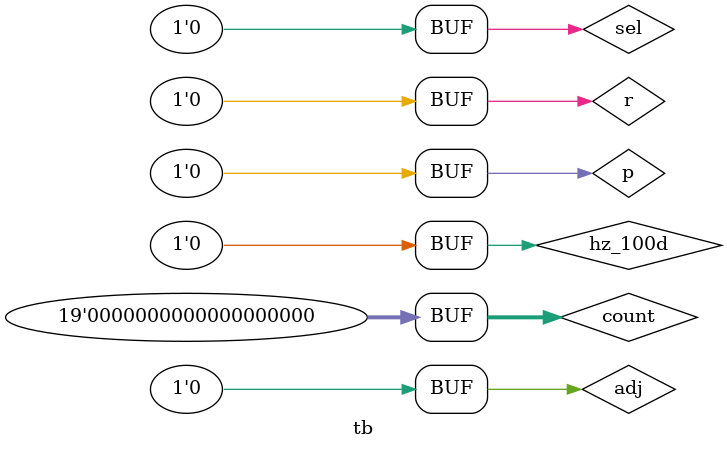
<source format=v>




    

module tb(
        
    );
//    wire hz_1;
//    wire hz_2;
//    wire hz_50;
//    wire hz_adjust;
    reg hz_100d = 0;
    reg p=0,r=0,adj=0,sel = 0;
//    clk clk_1(
//    .hz_100(hz_100d),
//    .hz_adjust(hz_adjust),
//    .hz_1(hz_1),
//    .hz_2(hz_2),
//    .hz_50(hz_50)
//        );
    
    
wire [6:0] cathode;
wire [3:0] anode;
    reg [18:0] count=0;

//    always #1
//    begin
//        hz_100d = ~hz_100d;
        
//        //$display("clk: %d %d",M,S);
////        $display("clk: %d %d %d %d",hz_1,hz_2,hz_50,hz_adjust);

//    end
//    counter M_S(
//     .clk_100(hz_100d),.pause(p),.adj(adj),.rst(r),
//     .cathode(cathode),
//     .anode(anode)
//        );
//    count stopwatch(
//     .clk_100(hz_100d),
//     .S(S)
//        );
    
endmodule

</source>
